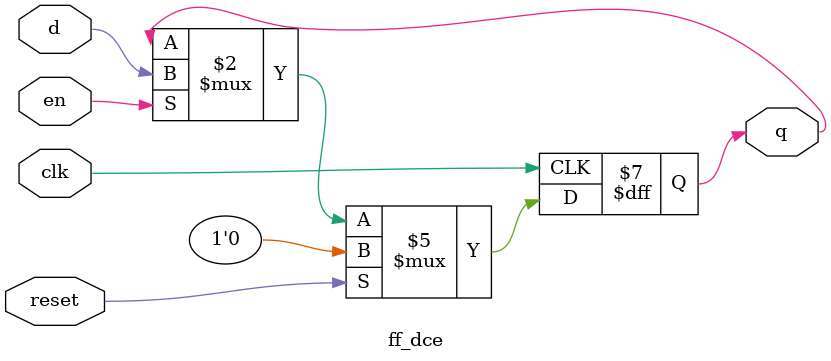
<source format=v>
`timescale 1ns / 1ps
module ff_dce(q, clk, d, reset, en);
	output reg q;
	input clk, reset, en, d;
	
	always @(posedge clk)
		if(reset) q <= 0;
		else if(en) q <= d;

endmodule

</source>
